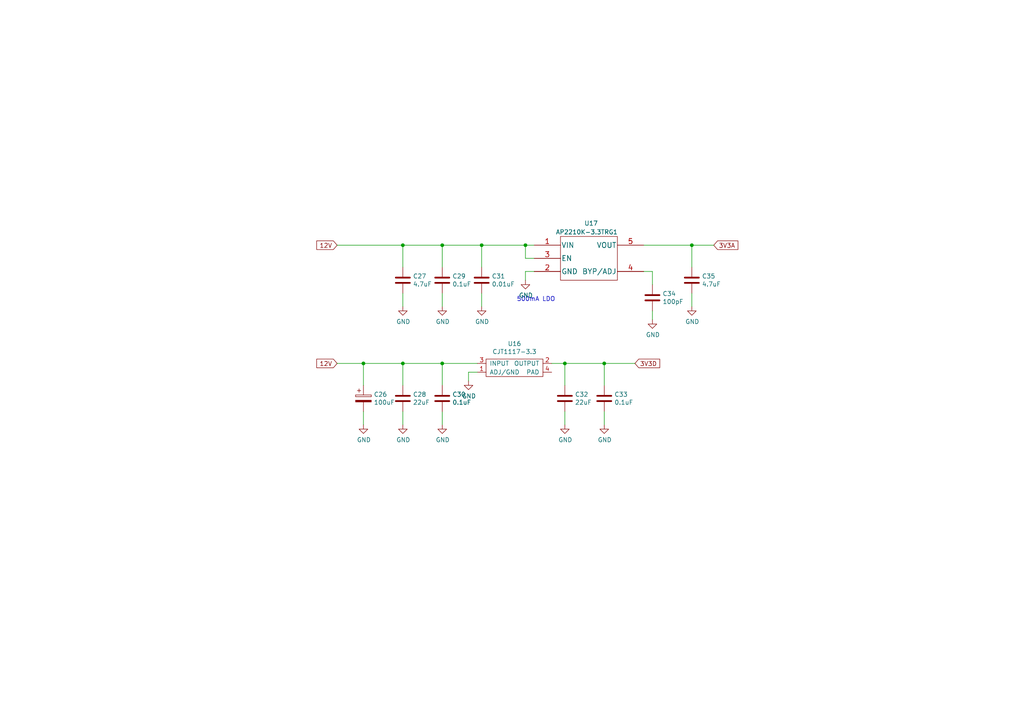
<source format=kicad_sch>
(kicad_sch (version 20211123) (generator eeschema)
  (paper "A4")
  (lib_symbols
    (symbol "Device:C" (pin_numbers hide) (pin_names (offset 0.254))
      (property "Reference" "C" (at 0.635 2.54 0))
      (property "Value" "C" (at 0.635 -2.54 0))
      (symbol "C_0_1"
        (polyline (pts (xy -2.032 -0.762) (xy 2.032 -0.762)) (stroke (width 0.508)))
        (polyline (pts (xy -2.032 0.762) (xy 2.032 0.762)) (stroke (width 0.508)))
      )
      (symbol "C_1_1"
        (pin passive line (at 0 3.81 270) (length 2.794) (name "~") (number "1"))
        (pin passive line (at 0 -3.81 90) (length 2.794) (name "~") (number "2"))
      )
    )
    (symbol "Device:CP" (pin_numbers hide) (pin_names (offset 0.254))
      (property "Reference" "C" (at 0.635 2.54 0))
      (property "Value" "Device_CP" (at 0.635 -2.54 0))
      (symbol "CP_0_1"
        (rectangle (start -2.286 0.508) (end 2.286 1.016))
        (polyline (pts (xy -1.778 2.286) (xy -0.762 2.286)))
        (polyline (pts (xy -1.27 2.794) (xy -1.27 1.778)))
        (rectangle (start 2.286 -0.508) (end -2.286 -1.016) (fill (type outline)))
      )
      (symbol "CP_1_1"
        (pin passive line (at 0 3.81 270) (length 2.794) (name "~") (number "1"))
        (pin passive line (at 0 -3.81 90) (length 2.794) (name "~") (number "2"))
      )
    )
    (symbol "Ninja-qPCR:AP2210K-3.3TRG1" (pin_names (offset 0.254))
      (property "Reference" "U" (at 16.51 8.89 0))
      (property "Value" "Ninja-qPCR_AP2210K-3.3TRG1" (at 16.51 6.35 0))
      (symbol "AP2210K-3.3TRG1_1_1"
        (rectangle (start 7.62 2.54) (end 24.13 -10.16))
        (pin power_in line (at 0 0 0) (length 7.62) (name "VIN") (number "1"))
        (pin power_in line (at 0 -7.62 0) (length 7.62) (name "GND") (number "2"))
        (pin input line (at 0 -3.81 0) (length 7.62) (name "EN") (number "3"))
        (pin output line (at 31.75 -7.62 180) (length 7.62) (name "BYP/ADJ") (number "4"))
        (pin output line (at 31.75 0 180) (length 7.62) (name "VOUT") (number "5"))
      )
    )
    (symbol "Ninja-qPCR:CJT1117-3.3" (pin_names (offset 1.016))
      (property "Reference" "U" (at 0 1.27 0))
      (property "Value" "Ninja-qPCR_CJT1117-3.3" (at 0 -6.35 0))
      (symbol "CJT1117-3.3_0_1"
        (rectangle (start -7.62 0) (end 8.89 -5.08))
      )
      (symbol "CJT1117-3.3_1_1"
        (pin passive line (at -10.16 -3.81 0) (length 2.54) (name "ADJ/GND") (number "1"))
        (pin output line (at 11.43 -1.27 180) (length 2.54) (name "OUTPUT") (number "2"))
        (pin input line (at -10.16 -1.27 0) (length 2.54) (name "INPUT") (number "3"))
        (pin output line (at 11.43 -3.81 180) (length 2.54) (name "PAD") (number "4"))
      )
    )
    (symbol "power:GND" (power) (pin_names (offset 0))
      (property "Value" "GND" (at 0 -3.81 0))
      (symbol "GND_0_1"
        (polyline (pts (xy 0 0) (xy 0 -1.27) (xy 1.27 -1.27) (xy 0 -2.54) (xy -1.27 -1.27) (xy 0 -1.27)))
      )
      (symbol "GND_1_1"
        (pin power_in line (at 0 0 270) (length 0) hide (name "GND") (number "1"))
      )
    )
  )
  (junction (at 139.7 71.12))
  (junction (at 175.26 105.41))
  (junction (at 105.41 105.41))
  (junction (at 163.83 105.41))
  (junction (at 116.84 105.41))
  (junction (at 152.4 71.12))
  (junction (at 128.27 71.12))
  (junction (at 128.27 105.41))
  (junction (at 200.66 71.12))
  (junction (at 116.84 71.12))
  (wire (pts (xy 116.84 105.41) (xy 116.84 111.76)))
  (wire (pts (xy 128.27 105.41) (xy 128.27 111.76)))
  (wire (pts (xy 154.94 78.74) (xy 152.4 78.74)))
  (wire (pts (xy 116.84 119.38) (xy 116.84 123.19)))
  (wire (pts (xy 116.84 71.12) (xy 128.27 71.12)))
  (wire (pts (xy 163.83 105.41) (xy 160.02 105.41)))
  (wire (pts (xy 175.26 105.41) (xy 175.26 111.76)))
  (wire (pts (xy 154.94 71.12) (xy 152.4 71.12)))
  (wire (pts (xy 189.23 90.17) (xy 189.23 92.71)))
  (wire (pts (xy 105.41 105.41) (xy 116.84 105.41)))
  (wire (pts (xy 207.01 71.12) (xy 200.66 71.12)))
  (wire (pts (xy 97.79 71.12) (xy 116.84 71.12)))
  (wire (pts (xy 175.26 105.41) (xy 184.15 105.41)))
  (wire (pts (xy 175.26 105.41) (xy 163.83 105.41)))
  (wire (pts (xy 105.41 105.41) (xy 97.79 105.41)))
  (wire (pts (xy 135.89 107.95) (xy 135.89 110.49)))
  (wire (pts (xy 163.83 105.41) (xy 163.83 111.76)))
  (wire (pts (xy 186.69 71.12) (xy 200.66 71.12)))
  (wire (pts (xy 154.94 74.93) (xy 152.4 74.93)))
  (wire (pts (xy 116.84 71.12) (xy 116.84 77.47)))
  (wire (pts (xy 138.43 105.41) (xy 128.27 105.41)))
  (wire (pts (xy 189.23 78.74) (xy 189.23 82.55)))
  (wire (pts (xy 138.43 107.95) (xy 135.89 107.95)))
  (wire (pts (xy 163.83 119.38) (xy 163.83 123.19)))
  (wire (pts (xy 116.84 105.41) (xy 128.27 105.41)))
  (wire (pts (xy 152.4 71.12) (xy 152.4 74.93)))
  (wire (pts (xy 139.7 85.09) (xy 139.7 88.9)))
  (wire (pts (xy 139.7 71.12) (xy 139.7 77.47)))
  (wire (pts (xy 105.41 119.38) (xy 105.41 123.19)))
  (wire (pts (xy 186.69 78.74) (xy 189.23 78.74)))
  (wire (pts (xy 152.4 78.74) (xy 152.4 81.28)))
  (wire (pts (xy 200.66 71.12) (xy 200.66 77.47)))
  (wire (pts (xy 128.27 85.09) (xy 128.27 88.9)))
  (wire (pts (xy 200.66 85.09) (xy 200.66 88.9)))
  (wire (pts (xy 116.84 85.09) (xy 116.84 88.9)))
  (wire (pts (xy 175.26 119.38) (xy 175.26 123.19)))
  (wire (pts (xy 128.27 119.38) (xy 128.27 123.19)))
  (wire (pts (xy 105.41 105.41) (xy 105.41 111.76)))
  (wire (pts (xy 128.27 71.12) (xy 128.27 77.47)))
  (wire (pts (xy 139.7 71.12) (xy 152.4 71.12)))
  (wire (pts (xy 128.27 71.12) (xy 139.7 71.12)))
  (text "500mA LDO" (at 149.86 87.63 0) (effects (font (size 1.27 1.27)) (justify left bottom)))
  (global_label "12V" (shape input) (at 97.79 105.41 180) (property "Intersheet References" "${INTERSHEET_REFS}" (effects hide)))
  (global_label "3V3D" (shape input) (at 184.15 105.41 0) (property "Intersheet References" "${INTERSHEET_REFS}" (effects hide)))
  (global_label "12V" (shape input) (at 97.79 71.12 180) (property "Intersheet References" "${INTERSHEET_REFS}" (effects hide)))
  (global_label "3V3A" (shape input) (at 207.01 71.12 0) (property "Intersheet References" "${INTERSHEET_REFS}" (effects hide)))
  (symbol (lib_id "Ninja-qPCR:AP2210K-3.3TRG1") (at 154.94 71.12 0)
    (property "Reference" "U17" (at 171.45 64.77 0))
    (property "Value" "AP2210K-3.3TRG1" (at 170.18 67.31 0))
    (property "Footprint" "Ninja-qPCR:AP2210K-3.3TRG1" (effects hide))
  )
  (symbol (lib_id "Device:C") (at 116.84 81.28 0)
    (property "Reference" "C27" (at 119.761 80.1116 0) (effects (justify left)))
    (property "Value" "4.7uF" (at 119.761 82.423 0) (effects (justify left)))
    (property "Footprint" "Capacitors_SMD:C_0805" (effects hide))
  )
  (symbol (lib_id "power:GND") (at 116.84 88.9 0)
    (property "Reference" "#PWR026" (effects hide))
    (property "Value" "GND" (at 116.967 93.2942 0))
  )
  (symbol (lib_id "Device:C") (at 128.27 81.28 0)
    (property "Reference" "C29" (at 131.191 80.1116 0) (effects (justify left)))
    (property "Value" "0.1uF" (at 131.191 82.423 0) (effects (justify left)))
    (property "Footprint" "Capacitors_SMD:C_0603" (effects hide))
  )
  (symbol (lib_id "power:GND") (at 128.27 88.9 0)
    (property "Reference" "#PWR028" (effects hide))
    (property "Value" "GND" (at 128.397 93.2942 0))
  )
  (symbol (lib_id "Device:C") (at 139.7 81.28 0)
    (property "Reference" "C31" (at 142.621 80.1116 0) (effects (justify left)))
    (property "Value" "0.01uF" (at 142.621 82.423 0) (effects (justify left)))
    (property "Footprint" "Capacitors_SMD:C_0603" (effects hide))
  )
  (symbol (lib_id "power:GND") (at 139.7 88.9 0)
    (property "Reference" "#PWR031" (effects hide))
    (property "Value" "GND" (at 139.827 93.2942 0))
  )
  (symbol (lib_id "power:GND") (at 152.4 81.28 0)
    (property "Reference" "#PWR032" (effects hide))
    (property "Value" "GND" (at 152.527 85.6742 0))
  )
  (symbol (lib_id "Device:C") (at 200.66 81.28 0)
    (property "Reference" "C35" (at 203.581 80.1116 0) (effects (justify left)))
    (property "Value" "4.7uF" (at 203.581 82.423 0) (effects (justify left)))
    (property "Footprint" "Capacitors_SMD:C_0805" (effects hide))
  )
  (symbol (lib_id "power:GND") (at 200.66 88.9 0)
    (property "Reference" "#PWR036" (effects hide))
    (property "Value" "GND" (at 200.787 93.2942 0))
  )
  (symbol (lib_id "Ninja-qPCR:CJT1117-3.3") (at 148.59 104.14 0)
    (property "Reference" "U16" (at 149.225 99.695 0))
    (property "Value" "CJT1117-3.3" (at 149.225 102.0064 0))
    (property "Footprint" "TO_SOT_Packages_SMD:SOT-223" (effects hide))
  )
  (symbol (lib_id "power:GND") (at 105.41 123.19 0)
    (property "Reference" "#PWR025" (effects hide))
    (property "Value" "GND" (at 105.537 127.5842 0))
  )
  (symbol (lib_id "Device:C") (at 116.84 115.57 0)
    (property "Reference" "C28" (at 119.761 114.4016 0) (effects (justify left)))
    (property "Value" "22uF" (at 119.761 116.713 0) (effects (justify left)))
    (property "Footprint" "Capacitors_SMD:C_1210" (effects hide))
  )
  (symbol (lib_id "power:GND") (at 116.84 123.19 0)
    (property "Reference" "#PWR027" (effects hide))
    (property "Value" "GND" (at 116.967 127.5842 0))
  )
  (symbol (lib_id "Device:C") (at 128.27 115.57 0)
    (property "Reference" "C30" (at 131.191 114.4016 0) (effects (justify left)))
    (property "Value" "0.1uF" (at 131.191 116.713 0) (effects (justify left)))
    (property "Footprint" "Capacitors_SMD:C_0603" (effects hide))
  )
  (symbol (lib_id "power:GND") (at 128.27 123.19 0)
    (property "Reference" "#PWR029" (effects hide))
    (property "Value" "GND" (at 128.397 127.5842 0))
  )
  (symbol (lib_id "Device:CP") (at 105.41 115.57 0)
    (property "Reference" "C26" (at 108.4072 114.4016 0) (effects (justify left)))
    (property "Value" "100uF" (at 108.4072 116.713 0) (effects (justify left)))
    (property "Footprint" "Ninja-qPCR:35TZV100M6.3X8" (effects hide))
  )
  (symbol (lib_id "power:GND") (at 135.89 110.49 0)
    (property "Reference" "#PWR030" (effects hide))
    (property "Value" "GND" (at 136.017 114.8842 0))
  )
  (symbol (lib_id "Device:C") (at 163.83 115.57 0)
    (property "Reference" "C32" (at 166.751 114.4016 0) (effects (justify left)))
    (property "Value" "22uF" (at 166.751 116.713 0) (effects (justify left)))
    (property "Footprint" "Capacitors_SMD:C_1210" (effects hide))
  )
  (symbol (lib_id "Device:C") (at 175.26 115.57 0)
    (property "Reference" "C33" (at 178.181 114.4016 0) (effects (justify left)))
    (property "Value" "0.1uF" (at 178.181 116.713 0) (effects (justify left)))
    (property "Footprint" "Capacitors_SMD:C_0603" (effects hide))
  )
  (symbol (lib_id "power:GND") (at 163.83 123.19 0)
    (property "Reference" "#PWR033" (effects hide))
    (property "Value" "GND" (at 163.957 127.5842 0))
  )
  (symbol (lib_id "power:GND") (at 175.26 123.19 0)
    (property "Reference" "#PWR034" (effects hide))
    (property "Value" "GND" (at 175.387 127.5842 0))
  )
  (symbol (lib_id "Device:C") (at 189.23 86.36 0)
    (property "Reference" "C34" (at 192.151 85.1916 0) (effects (justify left)))
    (property "Value" "100pF" (at 192.151 87.503 0) (effects (justify left)))
    (property "Footprint" "Capacitors_SMD:C_0603" (effects hide))
  )
  (symbol (lib_id "power:GND") (at 189.23 92.71 0)
    (property "Reference" "#PWR035" (effects hide))
    (property "Value" "GND" (at 189.357 97.1042 0))
  )
)
</source>
